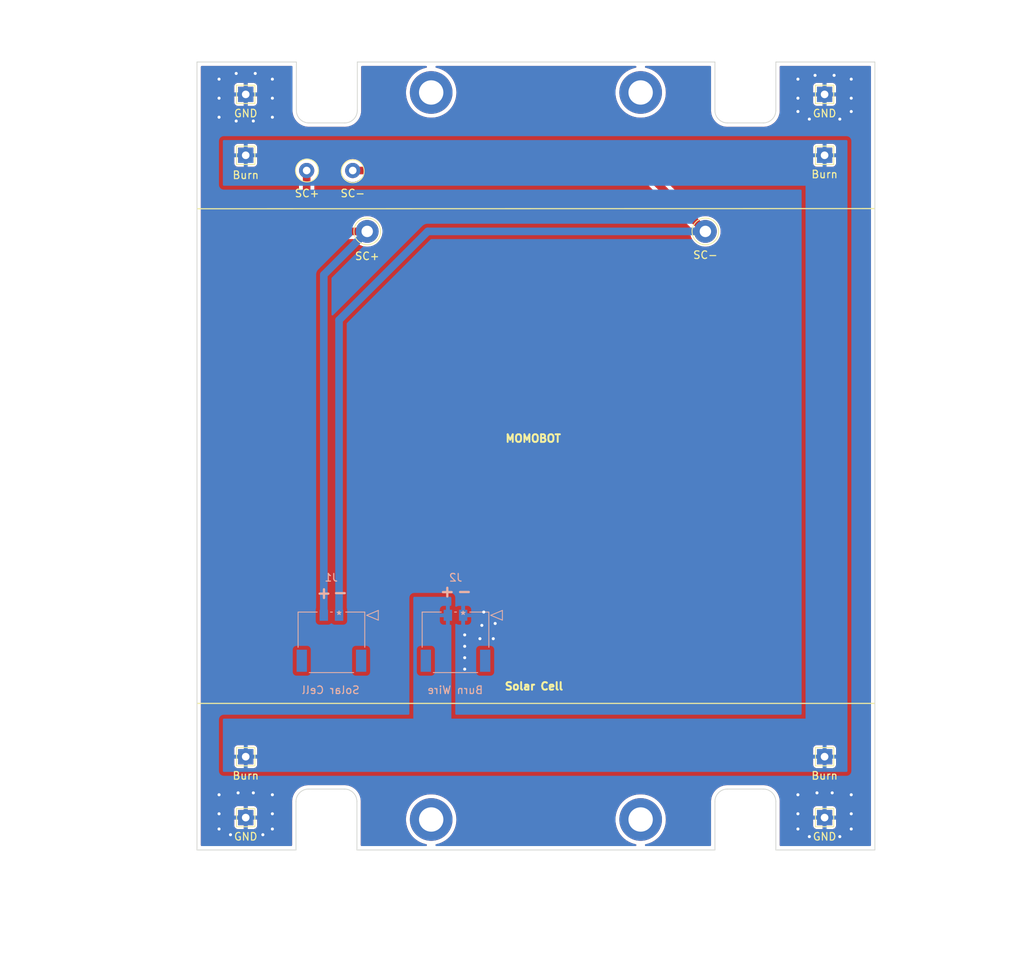
<source format=kicad_pcb>
(kicad_pcb (version 20211014) (generator pcbnew)
  (layers (0 "F.Cu" signal) (31 "B.Cu" signal) (34 "B.Paste" user) (35 "F.Paste" user) (36 "B.SilkS" user "B.Silkscreen") (37 "F.SilkS" user "F.Silkscreen") (38 "B.Mask" user) (39 "F.Mask" user) (44 "Edge.Cuts" user))
  (net 0 "")
  (net 1 "SC-")
  (net 2 "SC+")
  (net 3 "GND")
  (net 4 "BURN")
  (footprint "TestPoint:TestPoint_THTPad_2.0x2.0mm_Drill1.0mm" (layer "F.Cu") (at 150 130)
    (fp_text reference "LowerBurn3")
    (fp_text value "Burn" (at 0 2.5) (layer "F.SilkS"))
    (fp_line (start 1.2 1.2) (end -1.2 1.2) (layer "F.SilkS") (width 0.12))
    (fp_line (start -1.2 1.2) (end -1.2 -1.2) (layer "F.SilkS") (width 0.12))
    (fp_line (start 1.2 -1.2) (end 1.2 1.2) (layer "F.SilkS") (width 0.12))
    (fp_line (start -1.2 -1.2) (end 1.2 -1.2) (layer "F.SilkS") (width 0.12))
    (pad "1" thru_hole rect (at 0 0) (size 2 2) (drill 1) (layers *.Cu *.Mask) (net 4 "BURN"))
  )
  (footprint "TestPoint:TestPoint_Loop_D1.80mm_Drill1.0mm_Beaded" (layer "F.Cu") (at 82.05 53)
    (fp_text reference "TP1")
    (fp_text value "SC+" (at 0 3 unlocked) (layer "F.SilkS"))
    (fp_circle (center 0 0) (end 1.5 0) (layer "F.SilkS") (width 0.12) (fill none))
    (pad "1" thru_hole circle (at -0.05 0) (size 2 2) (drill 1) (layers *.Cu *.Mask) (net 2 "SC+"))
  )
  (footprint "MountingHole:MountingHole_3.2mm_M3_DIN965_Pad" (layer "F.Cu") (at 98.35 138.25)
    (fp_text reference "H3")
    (fp_text value "MountingHole")
    (pad "1" thru_hole circle (at 0 0) (size 5.6 5.6) (drill 3.2) (layers *.Cu *.Mask))
  )
  (footprint "TestPoint:TestPoint_THTPad_2.0x2.0mm_Drill1.0mm" (layer "F.Cu") (at 74 138)
    (fp_text reference "LowerBurn2")
    (fp_text value "GND" (at 0 2.5) (layer "F.SilkS"))
    (fp_line (start -1.2 -1.2) (end 1.2 -1.2) (layer "F.SilkS") (width 0.12))
    (fp_line (start 1.2 -1.2) (end 1.2 1.2) (layer "F.SilkS") (width 0.12))
    (fp_line (start 1.2 1.2) (end -1.2 1.2) (layer "F.SilkS") (width 0.12))
    (fp_line (start -1.2 1.2) (end -1.2 -1.2) (layer "F.SilkS") (width 0.12))
    (pad "1" thru_hole rect (at 0 0) (size 2 2) (drill 1) (layers *.Cu *.Mask) (net 3 "GND"))
  )
  (footprint "TestPoint:TestPoint_THTPad_D3.0mm_Drill1.5mm" (layer "F.Cu") (at 89.95 61)
    (fp_text reference "SC1")
    (fp_text value "SC+" (at 0 3.25) (layer "F.SilkS"))
    (fp_circle (center 0 0) (end 0 1.75) (layer "F.SilkS") (width 0.12) (fill none))
    (pad "1" thru_hole circle (at 0 0) (size 3 3) (drill 1.5) (layers *.Cu *.Mask) (net 2 "SC+"))
  )
  (footprint "TestPoint:TestPoint_THTPad_2.0x2.0mm_Drill1.0mm" (layer "F.Cu") (at 150 43)
    (fp_text reference "UpperBurn4")
    (fp_text value "GND" (at 0 2.5) (layer "F.SilkS"))
    (fp_line (start 1.2 1.2) (end -1.2 1.2) (layer "F.SilkS") (width 0.12))
    (fp_line (start -1.2 -1.2) (end 1.2 -1.2) (layer "F.SilkS") (width 0.12))
    (fp_line (start -1.2 1.2) (end -1.2 -1.2) (layer "F.SilkS") (width 0.12))
    (fp_line (start 1.2 -1.2) (end 1.2 1.2) (layer "F.SilkS") (width 0.12))
    (pad "1" thru_hole rect (at 0 0) (size 2 2) (drill 1) (layers *.Cu *.Mask) (net 3 "GND"))
  )
  (footprint "MountingHole:MountingHole_3.2mm_M3_DIN965_Pad" (layer "F.Cu") (at 125.85 138.25)
    (fp_text reference "H4")
    (fp_text value "MountingHole")
    (pad "1" thru_hole circle (at 0 0) (size 5.6 5.6) (drill 3.2) (layers *.Cu *.Mask))
  )
  (footprint "TestPoint:TestPoint_THTPad_2.0x2.0mm_Drill1.0mm" (layer "F.Cu") (at 74 51)
    (fp_text reference "UpperBurn1")
    (fp_text value "Burn" (at 0 2.6) (layer "F.SilkS"))
    (fp_line (start 1.2 1.2) (end -1.2 1.2) (layer "F.SilkS") (width 0.12))
    (fp_line (start -1.2 1.2) (end -1.2 -1.2) (layer "F.SilkS") (width 0.12))
    (fp_line (start 1.2 -1.2) (end 1.2 1.2) (layer "F.SilkS") (width 0.12))
    (fp_line (start -1.2 -1.2) (end 1.2 -1.2) (layer "F.SilkS") (width 0.12))
    (pad "1" thru_hole rect (at 0 0) (size 2 2) (drill 1) (layers *.Cu *.Mask) (net 4 "BURN"))
  )
  (footprint "MountingHole:MountingHole_3.2mm_M3_DIN965_Pad" (layer "F.Cu") (at 125.85 42.75)
    (fp_text reference "H2")
    (fp_text value "MountingHole")
    (pad "1" thru_hole circle (at 0 0) (size 5.6 5.6) (drill 3.2) (layers *.Cu *.Mask))
  )
  (footprint "TestPoint:TestPoint_THTPad_2.0x2.0mm_Drill1.0mm" (layer "F.Cu") (at 74 43)
    (fp_text reference "UpperBurn2")
    (fp_text value "GND" (at 0 2.5) (layer "F.SilkS"))
    (fp_line (start -1.2 1.2) (end -1.2 -1.2) (layer "F.SilkS") (width 0.12))
    (fp_line (start -1.2 -1.2) (end 1.2 -1.2) (layer "F.SilkS") (width 0.12))
    (fp_line (start 1.2 1.2) (end -1.2 1.2) (layer "F.SilkS") (width 0.12))
    (fp_line (start 1.2 -1.2) (end 1.2 1.2) (layer "F.SilkS") (width 0.12))
    (pad "1" thru_hole rect (at 0 0) (size 2 2) (drill 1) (layers *.Cu *.Mask) (net 3 "GND"))
  )
  (footprint "TestPoint:TestPoint_THTPad_2.0x2.0mm_Drill1.0mm" (layer "F.Cu") (at 74 130)
    (fp_text reference "LowerBurn1")
    (fp_text value "Burn" (at 0 2.5) (layer "F.SilkS"))
    (fp_line (start 1.2 1.2) (end -1.2 1.2) (layer "F.SilkS") (width 0.12))
    (fp_line (start -1.2 -1.2) (end 1.2 -1.2) (layer "F.SilkS") (width 0.12))
    (fp_line (start 1.2 -1.2) (end 1.2 1.2) (layer "F.SilkS") (width 0.12))
    (fp_line (start -1.2 1.2) (end -1.2 -1.2) (layer "F.SilkS") (width 0.12))
    (pad "1" thru_hole rect (at 0 0) (size 2 2) (drill 1) (layers *.Cu *.Mask) (net 4 "BURN"))
  )
  (footprint "TestPoint:TestPoint_Loop_D1.80mm_Drill1.0mm_Beaded" (layer "F.Cu") (at 88.05 53.1)
    (fp_text reference "TP2")
    (fp_text value "SC-" (at 0 2.9 unlocked) (layer "F.SilkS"))
    (fp_circle (center 0 0) (end 1.5 0) (layer "F.SilkS") (width 0.12) (fill none))
    (pad "1" thru_hole circle (at 0 -0.1) (size 2 2) (drill 1) (layers *.Cu *.Mask) (net 1 "SC-"))
  )
  (footprint "TestPoint:TestPoint_THTPad_D3.0mm_Drill1.5mm" (layer "F.Cu") (at 134.35 61)
    (fp_text reference "SC2")
    (fp_text value "SC-" (at 0 3.1) (layer "F.SilkS"))
    (fp_circle (center 0 0) (end 0 1.75) (layer "F.SilkS") (width 0.12) (fill none))
    (pad "1" thru_hole circle (at 0 0) (size 3 3) (drill 1.5) (layers *.Cu *.Mask) (net 1 "SC-"))
  )
  (footprint "MountingHole:MountingHole_3.2mm_M3_DIN965_Pad" (layer "F.Cu") (at 98.35 42.75)
    (fp_text reference "H1")
    (fp_text value "MountingHole")
    (pad "1" thru_hole circle (at 0 0) (size 5.6 5.6) (drill 3.2) (layers *.Cu *.Mask))
  )
  (footprint "TestPoint:TestPoint_THTPad_2.0x2.0mm_Drill1.0mm" (layer "F.Cu") (at 150 51)
    (fp_text reference "UpperBurn3")
    (fp_text value "Burn" (at 0 2.5) (layer "F.SilkS"))
    (fp_line (start 1.2 1.2) (end -1.2 1.2) (layer "F.SilkS") (width 0.12))
    (fp_line (start 1.2 -1.2) (end 1.2 1.2) (layer "F.SilkS") (width 0.12))
    (fp_line (start -1.2 1.2) (end -1.2 -1.2) (layer "F.SilkS") (width 0.12))
    (fp_line (start -1.2 -1.2) (end 1.2 -1.2) (layer "F.SilkS") (width 0.12))
    (pad "1" thru_hole rect (at 0 0) (size 2 2) (drill 1) (layers *.Cu *.Mask) (net 4 "BURN"))
  )
  (footprint "TestPoint:TestPoint_THTPad_2.0x2.0mm_Drill1.0mm" (layer "F.Cu") (at 150 138)
    (fp_text reference "LowerBurn4")
    (fp_text value "GND" (at 0 2.5) (layer "F.SilkS"))
    (fp_line (start -1.2 -1.2) (end 1.2 -1.2) (layer "F.SilkS") (width 0.12))
    (fp_line (start 1.2 -1.2) (end 1.2 1.2) (layer "F.SilkS") (width 0.12))
    (fp_line (start -1.2 1.2) (end -1.2 -1.2) (layer "F.SilkS") (width 0.12))
    (fp_line (start 1.2 1.2) (end -1.2 1.2) (layer "F.SilkS") (width 0.12))
    (pad "1" thru_hole rect (at 0 0) (size 2 2) (drill 1) (layers *.Cu *.Mask) (net 3 "GND"))
  )
  (footprint "Molex_PicoLock_2p_2mm_2053380002:2053380002" (layer "B.Cu") (at 86.2535 111.425001)
    (fp_text reference "J1" (at -1.0285 -4.950001 180) (layer "B.SilkS") (effects (justify mirror)))
    (fp_text value "Solar Cell" (at -1.1035 9.824999 180) (layer "B.SilkS") (effects (justify mirror)))
    (fp_text user "*" (at 0 0 180) (layer "B.SilkS") (effects (justify mirror)))
    (fp_line (start 3.628992 0) (end 5.152992 0.635) (layer "B.SilkS") (width 0.12))
    (fp_line (start -5.374991 4.20496) (end -5.374991 -0.425) (layer "B.SilkS") (width 0.12))
    (fp_line (start -5.374991 -0.425) (end -2.870041 -0.425) (layer "B.SilkS") (width 0.12))
    (fp_line (start 3.374992 -0.425) (end 3.374992 4.20496) (layer "B.SilkS") (width 0.12))
    (fp_line (start 5.152992 0.635) (end 5.152992 -0.635) (layer "B.SilkS") (width 0.12))
    (fp_line (start -1.129961 -0.425) (end -0.87004 -0.425) (layer "B.SilkS") (width 0.12))
    (fp_line (start 5.152992 -0.635) (end 3.628992 0) (layer "B.SilkS") (width 0.12))
    (fp_line (start 0.87004 -0.425) (end 3.374992 -0.425) (layer "B.SilkS") (width 0.12))
    (fp_line (start 1.915982 7.525) (end -3.915981 7.525) (layer "B.SilkS") (width 0.12))
    (pad "1" smd rect (at 0 0) (size 1.1 1.45) (layers "B.Cu" "B.Paste" "B.Mask") (net 1 "SC-"))
    (pad "2" smd rect (at -2.000001 0) (size 1.1 1.45) (layers "B.Cu" "B.Paste" "B.Mask") (net 2 "SC+"))
    (pad "3" smd rect (at 2.894998 5.974999) (size 1.35 2.899999) (layers "B.Cu" "B.Paste" "B.Mask"))
    (pad "4" smd rect (at -4.894997 5.974999) (size 1.35 2.899999) (layers "B.Cu" "B.Paste" "B.Mask"))
  )
  (footprint "Molex_PicoLock_2p_2mm_2053380002:2053380002" (layer "B.Cu") (at 102.543495 111.425001)
    (fp_text reference "J2" (at -0.9785 -4.950001 180) (layer "B.SilkS") (effects (justify mirror)))
    (fp_text value "Burn Wire" (at -1.043495 9.824999 180) (layer "B.SilkS") (effects (justify mirror)))
    (fp_text user "*" (at 0 0 180) (layer "B.SilkS") (effects (justify mirror)))
    (fp_line (start 3.374992 -0.425) (end 3.374992 4.20496) (layer "B.SilkS") (width 0.12))
    (fp_line (start -5.374991 -0.425) (end -2.870041 -0.425) (layer "B.SilkS") (width 0.12))
    (fp_line (start -1.129961 -0.425) (end -0.87004 -0.425) (layer "B.SilkS") (width 0.12))
    (fp_line (start 5.152992 0.635) (end 5.152992 -0.635) (layer "B.SilkS") (width 0.12))
    (fp_line (start 3.628992 0) (end 5.152992 0.635) (layer "B.SilkS") (width 0.12))
    (fp_line (start 1.915982 7.525) (end -3.915981 7.525) (layer "B.SilkS") (width 0.12))
    (fp_line (start -5.374991 4.20496) (end -5.374991 -0.425) (layer "B.SilkS") (width 0.12))
    (fp_line (start 0.87004 -0.425) (end 3.374992 -0.425) (layer "B.SilkS") (width 0.12))
    (fp_line (start 5.152992 -0.635) (end 3.628992 0) (layer "B.SilkS") (width 0.12))
    (pad "1" smd rect (at 0 0) (size 1.1 1.45) (layers "B.Cu" "B.Paste" "B.Mask") (net 3 "GND"))
    (pad "2" smd rect (at -2.000001 0) (size 1.1 1.45) (layers "B.Cu" "B.Paste" "B.Mask") (net 4 "BURN"))
    (pad "3" smd rect (at 2.894998 5.974999) (size 1.35 2.899999) (layers "B.Cu" "B.Paste" "B.Mask"))
    (pad "4" smd rect (at -4.894997 5.974999) (size 1.35 2.899999) (layers "B.Cu" "B.Paste" "B.Mask"))
  )
  (gr_line (start 67.7 123) (end 156.525 123) (layer "F.SilkS") (width 0.15))
  (gr_line (start 67.7 58.025) (end 156.5 58) (layer "F.SilkS") (width 0.15))
  (gr_line (start 143.6 38.75) (end 156.6 38.75) (layer "Edge.Cuts") (width 0.1))
  (gr_line (start 135.6 142.25) (end 88.6 142.25) (layer "Edge.Cuts") (width 0.1))
  (gr_line (start 156.6 38.75) (end 156.6 142.25) (layer "Edge.Cuts") (width 0.1))
  (gr_line (start 135.6 142.25) (end 135.6 135.9) (layer "Edge.Cuts") (width 0.1))
  (gr_arc (start 88.65 45.1) (mid 88.166726 46.266726) (end 87 46.75) (layer "Edge.Cuts") (width 0.1))
  (gr_line (start 80.6 142.25) (end 67.6 142.25) (layer "Edge.Cuts") (width 0.1))
  (gr_line (start 143.6 142.25) (end 156.6 142.25) (layer "Edge.Cuts") (width 0.1))
  (gr_arc (start 143.6 45.1) (mid 143.116726 46.266726) (end 141.95 46.75) (layer "Edge.Cuts") (width 0.1))
  (gr_arc (start 135.6 135.9) (mid 136.083274 134.733274) (end 137.25 134.25) (layer "Edge.Cuts") (width 0.1))
  (gr_line (start 141.95 134.25) (end 137.25 134.25) (layer "Edge.Cuts") (width 0.1))
  (gr_line (start 88.6 135.9) (end 88.6 142.25) (layer "Edge.Cuts") (width 0.1))
  (gr_arc (start 141.95 134.25) (mid 143.116726 134.733274) (end 143.6 135.9) (layer "Edge.Cuts") (width 0.1))
  (gr_line (start 135.6 45.1) (end 135.6 38.75) (layer "Edge.Cuts") (width 0.1))
  (gr_line (start 82.3 46.75) (end 87 46.75) (layer "Edge.Cuts") (width 0.1))
  (gr_arc (start 86.95 134.25) (mid 88.116726 134.733274) (end 88.6 135.9) (layer "Edge.Cuts") (width 0.1))
  (gr_line (start 86.95 134.25) (end 82.25 134.25) (layer "Edge.Cuts") (width 0.1))
  (gr_line (start 143.6 38.75) (end 143.6 45.1) (layer "Edge.Cuts") (width 0.1))
  (gr_arc (start 137.25 46.75) (mid 136.083274 46.266726) (end 135.6 45.1) (layer "Edge.Cuts") (width 0.1))
  (gr_line (start 88.65 38.75) (end 135.6 38.75) (layer "Edge.Cuts") (width 0.1))
  (gr_line (start 80.65 45.1) (end 80.65 38.75) (layer "Edge.Cuts") (width 0.1))
  (gr_arc (start 82.3 46.75) (mid 81.133274 46.266726) (end 80.65 45.1) (layer "Edge.Cuts") (width 0.1))
  (gr_line (start 143.6 135.9) (end 143.6 142.25) (layer "Edge.Cuts") (width 0.1))
  (gr_line (start 80.65 38.75) (end 67.6 38.75) (layer "Edge.Cuts") (width 0.1))
  (gr_line (start 67.6 142.25) (end 67.6 38.75) (layer "Edge.Cuts") (width 0.1))
  (gr_arc (start 80.6 135.9) (mid 81.083274 134.733274) (end 82.25 134.25) (layer "Edge.Cuts") (width 0.1))
  (gr_line (start 88.65 38.75) (end 88.65 45.1) (layer "Edge.Cuts") (width 0.1))
  (gr_line (start 80.6 142.25) (end 80.6 135.9) (layer "Edge.Cuts") (width 0.1))
  (gr_line (start 137.25 46.75) (end 141.95 46.75) (layer "Edge.Cuts") (width 0.1))
  (gr_text "+" (at 100.464995 108.275) (layer "B.SilkS") (effects (font (size 1.5 1.5) (thickness 0.3)) (justify mirror)))
  (gr_text "-" (at 102.714995 108.475 -180) (layer "B.SilkS") (effects (font (size 1.5 1.5) (thickness 0.3)) (justify mirror)))
  (gr_text "-" (at 86.425 108.625 -180) (layer "B.SilkS") (effects (font (size 1.5 1.5) (thickness 0.3)) (justify mirror)))
  (gr_text "+" (at 84.275 108.475) (layer "B.SilkS") (effects (font (size 1.5 1.5) (thickness 0.3)) (justify mirror)))
  (gr_text "MOMOBOT" (at 111.75 88.2) (layer "F.SilkS") (effects (font (size 1 1) (thickness 0.25))))
  (gr_text "Solar Cell" (at 111.85 120.75) (layer "F.SilkS") (effects (font (size 1 1) (thickness 0.25))))
  (segment (start 126.35 53) (end 134.35 61) (width 1) (layer "F.Cu") (net 1))
  (segment (start 88.05 53) (end 126.35 53) (width 1) (layer "F.Cu") (net 1))
  (segment (start 134.35 61) (end 97.9 61) (width 1) (layer "B.Cu") (net 1))
  (segment (start 86.2535 72.6465) (end 86.2535 111.425001) (width 1) (layer "B.Cu") (net 1))
  (segment (start 97.9 61) (end 86.2535 72.6465) (width 1) (layer "B.Cu") (net 1))
  (segment (start 89.95 61) (end 85.1 61) (width 1) (layer "F.Cu") (net 2))
  (segment (start 85.1 61) (end 82 57.9) (width 1) (layer "F.Cu") (net 2))
  (segment (start 82 57.9) (end 82 53) (width 1) (layer "F.Cu") (net 2))
  (segment (start 89.95 61) (end 84.253499 66.696501) (width 1) (layer "B.Cu") (net 2))
  (segment (start 84.253499 66.696501) (end 84.253499 111.425001) (width 1) (layer "B.Cu") (net 2))
  (via (at 77.5 41) (size 0.8) (drill 0.4) (layers "F.Cu" "B.Cu") (net 3))
  (via (at 153.5 137.5) (size 0.8) (drill 0.4) (layers "F.Cu" "B.Cu") (net 3))
  (via (at 77.5 43.5) (size 0.8) (drill 0.4) (layers "F.Cu" "B.Cu") (net 3))
  (via (at 153.5 41) (size 0.8) (drill 0.4) (layers "F.Cu" "B.Cu") (net 3))
  (via (at 148 140.5) (size 0.8) (drill 0.4) (layers "F.Cu" "B.Cu") (net 3))
  (via (at 148 46.25) (size 0.8) (drill 0.4) (layers "F.Cu" "B.Cu") (net 3))
  (via (at 146.5 135) (size 0.8) (drill 0.4) (layers "F.Cu" "B.Cu") (net 3))
  (via (at 70.5 139.5) (size 0.8) (drill 0.4) (layers "F.Cu" "B.Cu") (net 3))
  (via (at 146.5 139.5) (size 0.8) (drill 0.4) (layers "F.Cu" "B.Cu") (net 3))
  (via (at 146.5 41) (size 0.8) (drill 0.4) (layers "F.Cu" "B.Cu") (net 3))
  (via (at 153.5 45.25) (size 0.8) (drill 0.4) (layers "F.Cu" "B.Cu") (net 3))
  (via (at 146.5 45.25) (size 0.8) (drill 0.4) (layers "F.Cu" "B.Cu") (net 3))
  (via (at 75 46.5) (size 0.8) (drill 0.4) (layers "F.Cu" "B.Cu") (net 3))
  (via (at 70.5 137.5) (size 0.8) (drill 0.4) (layers "F.Cu" "B.Cu") (net 3))
  (via (at 70.5 46) (size 0.8) (drill 0.4) (layers "F.Cu" "B.Cu") (net 3))
  (via (at 76.25 140.25) (size 0.8) (drill 0.4) (layers "F.Cu" "B.Cu") (net 3))
  (via (at 77.5 137.5) (size 0.8) (drill 0.4) (layers "F.Cu" "B.Cu") (net 3))
  (via (at 151.25 40.5) (size 0.8) (drill 0.4) (layers "F.Cu" "B.Cu") (net 3))
  (via (at 105.25 111) (size 0.8) (drill 0.4) (layers "F.Cu" "B.Cu") (net 3))
  (via (at 77.5 46) (size 0.8) (drill 0.4) (layers "F.Cu" "B.Cu") (net 3))
  (via (at 70.5 135) (size 0.8) (drill 0.4) (layers "F.Cu" "B.Cu") (net 3))
  (via (at 106.75 112.5) (size 0.8) (drill 0.4) (layers "F.Cu" "B.Cu") (net 3))
  (via (at 77.5 135) (size 0.8) (drill 0.4) (layers "F.Cu" "B.Cu") (net 3))
  (via (at 151 134.75) (size 0.8) (drill 0.4) (layers "F.Cu" "B.Cu") (net 3))
  (via (at 75.25 40.25) (size 0.8) (drill 0.4) (layers "F.Cu" "B.Cu") (net 3))
  (via (at 102.75 115.5) (size 0.8) (drill 0.4) (layers "F.Cu" "B.Cu") (net 3))
  (via (at 152 46.25) (size 0.8) (drill 0.4) (layers "F.Cu" "B.Cu") (net 3))
  (via (at 106.5 114.5) (size 0.8) (drill 0.4) (layers "F.Cu" "B.Cu") (net 3))
  (via (at 146.5 43.5) (size 0.8) (drill 0.4) (layers "F.Cu" "B.Cu") (net 3))
  (via (at 153.5 139.5) (size 0.8) (drill 0.4) (layers "F.Cu" "B.Cu") (net 3))
  (via (at 105 112.75) (size 0.8) (drill 0.4) (layers "F.Cu" "B.Cu") (net 3))
  (via (at 72.75 46.5) (size 0.8) (drill 0.4) (layers "F.Cu" "B.Cu") (net 3))
  (via (at 148.75 40.5) (size 0.8) (drill 0.4) (layers "F.Cu" "B.Cu") (net 3))
  (via (at 146.5 137.5) (size 0.8) (drill 0.4) (layers "F.Cu" "B.Cu") (net 3))
  (via (at 149 134.75) (size 0.8) (drill 0.4) (layers "F.Cu" "B.Cu") (net 3))
  (via (at 153.5 135) (size 0.8) (drill 0.4) (layers "F.Cu" "B.Cu") (net 3))
  (via (at 152 140.5) (size 0.8) (drill 0.4) (layers "F.Cu" "B.Cu") (net 3))
  (via (at 70.5 43.5) (size 0.8) (drill 0.4) (layers "F.Cu" "B.Cu") (net 3))
  (via (at 72 140.25) (size 0.8) (drill 0.4) (layers "F.Cu" "B.Cu") (net 3))
  (via (at 75 134.75) (size 0.8) (drill 0.4) (layers "F.Cu" "B.Cu") (net 3))
  (via (at 77.5 139.5) (size 0.8) (drill 0.4) (layers "F.Cu" "B.Cu") (net 3))
  (via (at 72.75 40.25) (size 0.8) (drill 0.4) (layers "F.Cu" "B.Cu") (net 3))
  (via (at 102.75 118.5) (size 0.8) (drill 0.4) (layers "F.Cu" "B.Cu") (net 3))
  (via (at 102.75 114) (size 0.8) (drill 0.4) (layers "F.Cu" "B.Cu") (net 3))
  (via (at 102.75 117) (size 0.8) (drill 0.4) (layers "F.Cu" "B.Cu") (net 3))
  (via (at 153.5 43.5) (size 0.8) (drill 0.4) (layers "F.Cu" "B.Cu") (net 3))
  (via (at 73 134.75) (size 0.8) (drill 0.4) (layers "F.Cu" "B.Cu") (net 3))
  (via (at 70.5 41) (size 0.8) (drill 0.4) (layers "F.Cu" "B.Cu") (net 3))
  (via (at 104.75 114.5) (size 0.8) (drill 0.4) (layers "F.Cu" "B.Cu") (net 3))
  (zone (net 3) (net_name "GND") (layer "F.Cu") (connect_pads (clearance 0.508)) (min_thickness 0.254) (fill yes (thermal_gap 0.508) (thermal_bridge_width 0.508))
    (polygon (pts (xy 162.775 149.35) (xy 63.25 149.35) (xy 63.475 30.725) (xy 162.775 30.725)))
  )
  (zone (net 3) (net_name "GND") (layer "B.Cu") (connect_pads (clearance 0.508)) (min_thickness 0.254) (fill yes (thermal_gap 0.508) (thermal_bridge_width 0.508))
    (polygon (pts (xy 158 144.5) (xy 66 144.5) (xy 66 36) (xy 158 36)))
  )
  (zone (net 4) (net_name "BURN") (layer "B.Cu") (priority 3) (connect_pads (clearance 0.508)) (min_thickness 0.254) (fill yes (thermal_gap 0.508) (thermal_bridge_width 0.508))
    (polygon (pts (xy 153 132) (xy 71 132) (xy 71 125) (xy 96 125) (xy 96 109) (xy 101 109) (xy 101 125) (xy 147.5 125) (xy 147.5 55) (xy 71 55) (xy 71 49) (xy 153 49)))
  )
)
</source>
